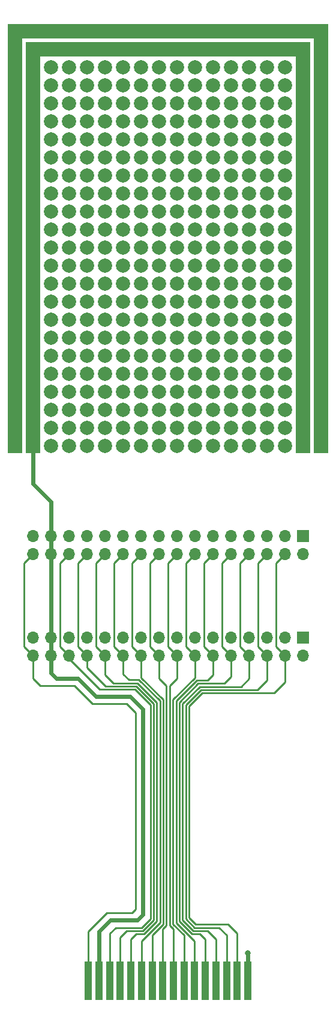
<source format=gtl>
%TF.GenerationSoftware,KiCad,Pcbnew,8.0.3-8.0.3-0~ubuntu24.04.1*%
%TF.CreationDate,2024-06-19T14:37:03-05:00*%
%TF.ProjectId,protopak64,70726f74-6f70-4616-9b36-342e6b696361,rev?*%
%TF.SameCoordinates,Original*%
%TF.FileFunction,Copper,L1,Top*%
%TF.FilePolarity,Positive*%
%FSLAX46Y46*%
G04 Gerber Fmt 4.6, Leading zero omitted, Abs format (unit mm)*
G04 Created by KiCad (PCBNEW 8.0.3-8.0.3-0~ubuntu24.04.1) date 2024-06-19 14:37:03*
%MOMM*%
%LPD*%
G01*
G04 APERTURE LIST*
%TA.AperFunction,EtchedComponent*%
%ADD10C,0.000000*%
%TD*%
%TA.AperFunction,ComponentPad*%
%ADD11R,1.700000X1.700000*%
%TD*%
%TA.AperFunction,ComponentPad*%
%ADD12O,1.700000X1.700000*%
%TD*%
%TA.AperFunction,SMDPad,CuDef*%
%ADD13R,1.000000X5.400000*%
%TD*%
%TA.AperFunction,ComponentPad*%
%ADD14R,2.000000X2.000000*%
%TD*%
%TA.AperFunction,ComponentPad*%
%ADD15C,2.000000*%
%TD*%
%TA.AperFunction,ViaPad*%
%ADD16C,0.800000*%
%TD*%
%TA.AperFunction,Conductor*%
%ADD17C,0.600000*%
%TD*%
%TA.AperFunction,Conductor*%
%ADD18C,0.250000*%
%TD*%
G04 APERTURE END LIST*
D10*
%TA.AperFunction,EtchedComponent*%
G36*
X163814000Y-77708000D02*
G01*
X161814000Y-77708000D01*
X161814000Y-21828000D01*
X125714000Y-21828000D01*
X125714000Y-77708000D01*
X123714000Y-77708000D01*
X123714000Y-19828000D01*
X163814000Y-19828000D01*
X163814000Y-77708000D01*
G37*
%TD.AperFunction*%
%TA.AperFunction,EtchedComponent*%
G36*
X166354000Y-77708000D02*
G01*
X164354000Y-77708000D01*
X164354000Y-19288000D01*
X123174000Y-19288000D01*
X123174000Y-77708000D01*
X121174000Y-77708000D01*
X121174000Y-17288000D01*
X166354000Y-17288000D01*
X166354000Y-77708000D01*
G37*
%TD.AperFunction*%
D11*
X162814000Y-89408000D03*
D12*
X162814000Y-91948000D03*
X160274000Y-89408000D03*
X160274000Y-91948000D03*
X157734000Y-89408000D03*
X157734000Y-91948000D03*
X155194000Y-89408000D03*
X155194000Y-91948000D03*
X152654000Y-89408000D03*
X152654000Y-91948000D03*
X150114000Y-89408000D03*
X150114000Y-91948000D03*
X147574000Y-89408000D03*
X147574000Y-91948000D03*
X145034000Y-89408000D03*
X145034000Y-91948000D03*
X142494000Y-89408000D03*
X142494000Y-91948000D03*
X139954000Y-89408000D03*
X139954000Y-91948000D03*
X137414000Y-89408000D03*
X137414000Y-91948000D03*
X134874000Y-89408000D03*
X134874000Y-91948000D03*
X132334000Y-89408000D03*
X132334000Y-91948000D03*
X129794000Y-89408000D03*
X129794000Y-91948000D03*
X127254000Y-89408000D03*
X127254000Y-91948000D03*
X124714000Y-89408000D03*
X124714000Y-91948000D03*
D11*
X162814000Y-103754000D03*
D12*
X162814000Y-106294000D03*
X160274000Y-103754000D03*
X160274000Y-106294000D03*
X157734000Y-103754000D03*
X157734000Y-106294000D03*
X155194000Y-103754000D03*
X155194000Y-106294000D03*
X152654000Y-103754000D03*
X152654000Y-106294000D03*
X150114000Y-103754000D03*
X150114000Y-106294000D03*
X147574000Y-103754000D03*
X147574000Y-106294000D03*
X145034000Y-103754000D03*
X145034000Y-106294000D03*
X142494000Y-103754000D03*
X142494000Y-106294000D03*
X139954000Y-103754000D03*
X139954000Y-106294000D03*
X137414000Y-103754000D03*
X137414000Y-106294000D03*
X134874000Y-103754000D03*
X134874000Y-106294000D03*
X132334000Y-103754000D03*
X132334000Y-106294000D03*
X129794000Y-103754000D03*
X129794000Y-106294000D03*
X127254000Y-103754000D03*
X127254000Y-106294000D03*
X124714000Y-103754000D03*
X124714000Y-106294000D03*
D13*
X155014000Y-152019000D03*
X153514000Y-152019000D03*
X152014000Y-152019000D03*
X150514000Y-152019000D03*
X149014000Y-152019000D03*
X147514000Y-152019000D03*
X146014000Y-152019000D03*
X144514000Y-152019000D03*
X143014000Y-152019000D03*
X141514000Y-152019000D03*
X140014000Y-152019000D03*
X138514000Y-152019000D03*
X137014000Y-152019000D03*
X135514000Y-152019000D03*
X134014000Y-152019000D03*
X132514000Y-152019000D03*
D14*
X122174000Y-18288000D03*
X124714000Y-18288000D03*
X127254000Y-18288000D03*
X129794000Y-18288000D03*
X132334000Y-18288000D03*
X134874000Y-18288000D03*
X137414000Y-18288000D03*
X139954000Y-18288000D03*
X142494000Y-18288000D03*
X145034000Y-18288000D03*
X147574000Y-18288000D03*
X150114000Y-18288000D03*
X152654000Y-18288000D03*
X155194000Y-18288000D03*
X157734000Y-18288000D03*
X160274000Y-18288000D03*
X162814000Y-18288000D03*
X165354000Y-18288000D03*
X122174000Y-20828000D03*
X124714000Y-20828000D03*
X127254000Y-20828000D03*
X129794000Y-20828000D03*
X132334000Y-20828000D03*
X134874000Y-20828000D03*
X137414000Y-20828000D03*
X139954000Y-20828000D03*
X142494000Y-20828000D03*
X145034000Y-20828000D03*
X147574000Y-20828000D03*
X150114000Y-20828000D03*
X152654000Y-20828000D03*
X155194000Y-20828000D03*
X157734000Y-20828000D03*
X160274000Y-20828000D03*
X162814000Y-20828000D03*
X165354000Y-20828000D03*
X122174000Y-23368000D03*
X124714000Y-23368000D03*
D15*
X127254000Y-23368000D03*
X129794000Y-23368000D03*
X132334000Y-23368000D03*
X134874000Y-23368000D03*
X137414000Y-23368000D03*
X139954000Y-23368000D03*
X142494000Y-23368000D03*
X145034000Y-23368000D03*
X147574000Y-23368000D03*
X150114000Y-23368000D03*
X152654000Y-23368000D03*
X155194000Y-23368000D03*
X157734000Y-23368000D03*
X160274000Y-23368000D03*
D14*
X162814000Y-23368000D03*
X165354000Y-23368000D03*
X122174000Y-25908000D03*
X124714000Y-25908000D03*
D15*
X127254000Y-25908000D03*
X129794000Y-25908000D03*
X132334000Y-25908000D03*
X134874000Y-25908000D03*
X137414000Y-25908000D03*
X139954000Y-25908000D03*
X142494000Y-25908000D03*
X145034000Y-25908000D03*
X147574000Y-25908000D03*
X150114000Y-25908000D03*
X152654000Y-25908000D03*
X155194000Y-25908000D03*
X157734000Y-25908000D03*
X160274000Y-25908000D03*
D14*
X162814000Y-25908000D03*
X165354000Y-25908000D03*
X122174000Y-28448000D03*
X124714000Y-28448000D03*
D15*
X127254000Y-28448000D03*
X129794000Y-28448000D03*
X132334000Y-28448000D03*
X134874000Y-28448000D03*
X137414000Y-28448000D03*
X139954000Y-28448000D03*
X142494000Y-28448000D03*
X145034000Y-28448000D03*
X147574000Y-28448000D03*
X150114000Y-28448000D03*
X152654000Y-28448000D03*
X155194000Y-28448000D03*
X157734000Y-28448000D03*
X160274000Y-28448000D03*
D14*
X162814000Y-28448000D03*
X165354000Y-28448000D03*
X122174000Y-30988000D03*
X124714000Y-30988000D03*
D15*
X127254000Y-30988000D03*
X129794000Y-30988000D03*
X132334000Y-30988000D03*
X134874000Y-30988000D03*
X137414000Y-30988000D03*
X139954000Y-30988000D03*
X142494000Y-30988000D03*
X145034000Y-30988000D03*
X147574000Y-30988000D03*
X150114000Y-30988000D03*
X152654000Y-30988000D03*
X155194000Y-30988000D03*
X157734000Y-30988000D03*
X160274000Y-30988000D03*
D14*
X162814000Y-30988000D03*
X165354000Y-30988000D03*
X122174000Y-33528000D03*
X124714000Y-33528000D03*
D15*
X127254000Y-33528000D03*
X129794000Y-33528000D03*
X132334000Y-33528000D03*
X134874000Y-33528000D03*
X137414000Y-33528000D03*
X139954000Y-33528000D03*
X142494000Y-33528000D03*
X145034000Y-33528000D03*
X147574000Y-33528000D03*
X150114000Y-33528000D03*
X152654000Y-33528000D03*
X155194000Y-33528000D03*
X157734000Y-33528000D03*
X160274000Y-33528000D03*
D14*
X162814000Y-33528000D03*
X165354000Y-33528000D03*
X122174000Y-36068000D03*
X124714000Y-36068000D03*
D15*
X127254000Y-36068000D03*
X129794000Y-36068000D03*
X132334000Y-36068000D03*
X134874000Y-36068000D03*
X137414000Y-36068000D03*
X139954000Y-36068000D03*
X142494000Y-36068000D03*
X145034000Y-36068000D03*
X147574000Y-36068000D03*
X150114000Y-36068000D03*
X152654000Y-36068000D03*
X155194000Y-36068000D03*
X157734000Y-36068000D03*
X160274000Y-36068000D03*
D14*
X162814000Y-36068000D03*
X165354000Y-36068000D03*
X122174000Y-38608000D03*
X124714000Y-38608000D03*
D15*
X127254000Y-38608000D03*
X129794000Y-38608000D03*
X132334000Y-38608000D03*
X134874000Y-38608000D03*
X137414000Y-38608000D03*
X139954000Y-38608000D03*
X142494000Y-38608000D03*
X145034000Y-38608000D03*
X147574000Y-38608000D03*
X150114000Y-38608000D03*
X152654000Y-38608000D03*
X155194000Y-38608000D03*
X157734000Y-38608000D03*
X160274000Y-38608000D03*
D14*
X162814000Y-38608000D03*
X165354000Y-38608000D03*
X122174000Y-41148000D03*
X124714000Y-41148000D03*
D15*
X127254000Y-41148000D03*
X129794000Y-41148000D03*
X132334000Y-41148000D03*
X134874000Y-41148000D03*
X137414000Y-41148000D03*
X139954000Y-41148000D03*
X142494000Y-41148000D03*
X145034000Y-41148000D03*
X147574000Y-41148000D03*
X150114000Y-41148000D03*
X152654000Y-41148000D03*
X155194000Y-41148000D03*
X157734000Y-41148000D03*
X160274000Y-41148000D03*
D14*
X162814000Y-41148000D03*
X165354000Y-41148000D03*
X122174000Y-43688000D03*
X124714000Y-43688000D03*
D15*
X127254000Y-43688000D03*
X129794000Y-43688000D03*
X132334000Y-43688000D03*
X134874000Y-43688000D03*
X137414000Y-43688000D03*
X139954000Y-43688000D03*
X142494000Y-43688000D03*
X145034000Y-43688000D03*
X147574000Y-43688000D03*
X150114000Y-43688000D03*
X152654000Y-43688000D03*
X155194000Y-43688000D03*
X157734000Y-43688000D03*
X160274000Y-43688000D03*
D14*
X162814000Y-43688000D03*
X165354000Y-43688000D03*
X122174000Y-46228000D03*
X124714000Y-46228000D03*
D15*
X127254000Y-46228000D03*
X129794000Y-46228000D03*
X132334000Y-46228000D03*
X134874000Y-46228000D03*
X137414000Y-46228000D03*
X139954000Y-46228000D03*
X142494000Y-46228000D03*
X145034000Y-46228000D03*
X147574000Y-46228000D03*
X150114000Y-46228000D03*
X152654000Y-46228000D03*
X155194000Y-46228000D03*
X157734000Y-46228000D03*
X160274000Y-46228000D03*
D14*
X162814000Y-46228000D03*
X165354000Y-46228000D03*
X122174000Y-48768000D03*
X124714000Y-48768000D03*
D15*
X127254000Y-48768000D03*
X129794000Y-48768000D03*
X132334000Y-48768000D03*
X134874000Y-48768000D03*
X137414000Y-48768000D03*
X139954000Y-48768000D03*
X142494000Y-48768000D03*
X145034000Y-48768000D03*
X147574000Y-48768000D03*
X150114000Y-48768000D03*
X152654000Y-48768000D03*
X155194000Y-48768000D03*
X157734000Y-48768000D03*
X160274000Y-48768000D03*
D14*
X162814000Y-48768000D03*
X165354000Y-48768000D03*
X122174000Y-51308000D03*
X124714000Y-51308000D03*
D15*
X127254000Y-51308000D03*
X129794000Y-51308000D03*
X132334000Y-51308000D03*
X134874000Y-51308000D03*
X137414000Y-51308000D03*
X139954000Y-51308000D03*
X142494000Y-51308000D03*
X145034000Y-51308000D03*
X147574000Y-51308000D03*
X150114000Y-51308000D03*
X152654000Y-51308000D03*
X155194000Y-51308000D03*
X157734000Y-51308000D03*
X160274000Y-51308000D03*
D14*
X162814000Y-51308000D03*
X165354000Y-51308000D03*
X122174000Y-53848000D03*
X124714000Y-53848000D03*
D15*
X127254000Y-53848000D03*
X129794000Y-53848000D03*
X132334000Y-53848000D03*
X134874000Y-53848000D03*
X137414000Y-53848000D03*
X139954000Y-53848000D03*
X142494000Y-53848000D03*
X145034000Y-53848000D03*
X147574000Y-53848000D03*
X150114000Y-53848000D03*
X152654000Y-53848000D03*
X155194000Y-53848000D03*
X157734000Y-53848000D03*
X160274000Y-53848000D03*
D14*
X162814000Y-53848000D03*
X165354000Y-53848000D03*
X122174000Y-56388000D03*
X124714000Y-56388000D03*
D15*
X127254000Y-56388000D03*
X129794000Y-56388000D03*
X132334000Y-56388000D03*
X134874000Y-56388000D03*
X137414000Y-56388000D03*
X139954000Y-56388000D03*
X142494000Y-56388000D03*
X145034000Y-56388000D03*
X147574000Y-56388000D03*
X150114000Y-56388000D03*
X152654000Y-56388000D03*
X155194000Y-56388000D03*
X157734000Y-56388000D03*
X160274000Y-56388000D03*
D14*
X162814000Y-56388000D03*
X165354000Y-56388000D03*
X122174000Y-58928000D03*
X124714000Y-58928000D03*
D15*
X127254000Y-58928000D03*
X129794000Y-58928000D03*
X132334000Y-58928000D03*
X134874000Y-58928000D03*
X137414000Y-58928000D03*
X139954000Y-58928000D03*
X142494000Y-58928000D03*
X145034000Y-58928000D03*
X147574000Y-58928000D03*
X150114000Y-58928000D03*
X152654000Y-58928000D03*
X155194000Y-58928000D03*
X157734000Y-58928000D03*
X160274000Y-58928000D03*
D14*
X162814000Y-58928000D03*
X165354000Y-58928000D03*
X122174000Y-61468000D03*
X124714000Y-61468000D03*
D15*
X127254000Y-61468000D03*
X129794000Y-61468000D03*
X132334000Y-61468000D03*
X134874000Y-61468000D03*
X137414000Y-61468000D03*
X139954000Y-61468000D03*
X142494000Y-61468000D03*
X145034000Y-61468000D03*
X147574000Y-61468000D03*
X150114000Y-61468000D03*
X152654000Y-61468000D03*
X155194000Y-61468000D03*
X157734000Y-61468000D03*
X160274000Y-61468000D03*
D14*
X162814000Y-61468000D03*
X165354000Y-61468000D03*
X122174000Y-64008000D03*
X124714000Y-64008000D03*
D15*
X127254000Y-64008000D03*
X129794000Y-64008000D03*
X132334000Y-64008000D03*
X134874000Y-64008000D03*
X137414000Y-64008000D03*
X139954000Y-64008000D03*
X142494000Y-64008000D03*
X145034000Y-64008000D03*
X147574000Y-64008000D03*
X150114000Y-64008000D03*
X152654000Y-64008000D03*
X155194000Y-64008000D03*
X157734000Y-64008000D03*
X160274000Y-64008000D03*
D14*
X162814000Y-64008000D03*
X165354000Y-64008000D03*
X122174000Y-66548000D03*
X124714000Y-66548000D03*
D15*
X127254000Y-66548000D03*
X129794000Y-66548000D03*
X132334000Y-66548000D03*
X134874000Y-66548000D03*
X137414000Y-66548000D03*
X139954000Y-66548000D03*
X142494000Y-66548000D03*
X145034000Y-66548000D03*
X147574000Y-66548000D03*
X150114000Y-66548000D03*
X152654000Y-66548000D03*
X155194000Y-66548000D03*
X157734000Y-66548000D03*
X160274000Y-66548000D03*
D14*
X162814000Y-66548000D03*
X165354000Y-66548000D03*
X122174000Y-69088000D03*
X124714000Y-69088000D03*
D15*
X127254000Y-69088000D03*
X129794000Y-69088000D03*
X132334000Y-69088000D03*
X134874000Y-69088000D03*
X137414000Y-69088000D03*
X139954000Y-69088000D03*
X142494000Y-69088000D03*
X145034000Y-69088000D03*
X147574000Y-69088000D03*
X150114000Y-69088000D03*
X152654000Y-69088000D03*
X155194000Y-69088000D03*
X157734000Y-69088000D03*
X160274000Y-69088000D03*
D14*
X162814000Y-69088000D03*
X165354000Y-69088000D03*
X122174000Y-71628000D03*
X124714000Y-71628000D03*
D15*
X127254000Y-71628000D03*
X129794000Y-71628000D03*
X132334000Y-71628000D03*
X134874000Y-71628000D03*
X137414000Y-71628000D03*
X139954000Y-71628000D03*
X142494000Y-71628000D03*
X145034000Y-71628000D03*
X147574000Y-71628000D03*
X150114000Y-71628000D03*
X152654000Y-71628000D03*
X155194000Y-71628000D03*
X157734000Y-71628000D03*
X160274000Y-71628000D03*
D14*
X162814000Y-71628000D03*
X165354000Y-71628000D03*
X122174000Y-74168000D03*
X124714000Y-74168000D03*
D15*
X127254000Y-74168000D03*
X129794000Y-74168000D03*
X132334000Y-74168000D03*
X134874000Y-74168000D03*
X137414000Y-74168000D03*
X139954000Y-74168000D03*
X142494000Y-74168000D03*
X145034000Y-74168000D03*
X147574000Y-74168000D03*
X150114000Y-74168000D03*
X152654000Y-74168000D03*
X155194000Y-74168000D03*
X157734000Y-74168000D03*
X160274000Y-74168000D03*
D14*
X162814000Y-74168000D03*
X165354000Y-74168000D03*
X122174000Y-76708000D03*
X124714000Y-76708000D03*
D15*
X127254000Y-76708000D03*
X129794000Y-76708000D03*
X132334000Y-76708000D03*
X134874000Y-76708000D03*
X137414000Y-76708000D03*
X139954000Y-76708000D03*
X142494000Y-76708000D03*
X145034000Y-76708000D03*
X147574000Y-76708000D03*
X150114000Y-76708000D03*
X152654000Y-76708000D03*
X155194000Y-76708000D03*
X157734000Y-76708000D03*
X160274000Y-76708000D03*
D14*
X162814000Y-76708000D03*
X165354000Y-76708000D03*
D16*
X155014000Y-148156000D03*
D17*
X155014000Y-152019000D02*
X155014000Y-148156000D01*
X139446000Y-143510000D02*
X140208000Y-142748000D01*
X124714000Y-82042000D02*
X124714000Y-76708000D01*
X140208000Y-142748000D02*
X140208000Y-113792000D01*
X131064000Y-109474000D02*
X128016000Y-109474000D01*
X128016000Y-109474000D02*
X127254000Y-108712000D01*
X133604000Y-112014000D02*
X131064000Y-109474000D01*
X127254000Y-106294000D02*
X127254000Y-103754000D01*
X134014000Y-152019000D02*
X134014000Y-145132000D01*
X127254000Y-103754000D02*
X127254000Y-91948000D01*
X135636000Y-143510000D02*
X139446000Y-143510000D01*
X140208000Y-113792000D02*
X138430000Y-112014000D01*
X138430000Y-112014000D02*
X133604000Y-112014000D01*
X127254000Y-84582000D02*
X124714000Y-82042000D01*
X127254000Y-108712000D02*
X127254000Y-106294000D01*
X127254000Y-89408000D02*
X127254000Y-84582000D01*
X127254000Y-91948000D02*
X127254000Y-89408000D01*
X134014000Y-145132000D02*
X135636000Y-143510000D01*
D18*
X153514000Y-145386000D02*
X152252203Y-144124203D01*
X146715120Y-143159120D02*
X146715120Y-113385188D01*
X153514000Y-152019000D02*
X153514000Y-145386000D01*
X147680203Y-144124203D02*
X146715120Y-143159120D01*
X146715120Y-113385188D02*
X148574228Y-111526080D01*
X152252203Y-144124203D02*
X147680203Y-144124203D01*
X148574228Y-111526080D02*
X158729920Y-111526080D01*
X159004000Y-105024000D02*
X159004000Y-93218000D01*
X158729920Y-111526080D02*
X160274000Y-109982000D01*
X159004000Y-93218000D02*
X160274000Y-91948000D01*
X160274000Y-109982000D02*
X160274000Y-106294000D01*
X160274000Y-106294000D02*
X159004000Y-105024000D01*
X149341243Y-145023243D02*
X147307807Y-145023243D01*
X150514000Y-146196000D02*
X149341243Y-145023243D01*
X145816080Y-113012792D02*
X148201832Y-110627040D01*
X145816080Y-143531516D02*
X145816080Y-113012792D01*
X148201832Y-110627040D02*
X154040960Y-110627040D01*
X150514000Y-152019000D02*
X150514000Y-146196000D01*
X155194000Y-106294000D02*
X153924000Y-105024000D01*
X147307807Y-145023243D02*
X145816080Y-143531516D01*
X155194000Y-109474000D02*
X155194000Y-106294000D01*
X153924000Y-93218000D02*
X155194000Y-91948000D01*
X154040960Y-110627040D02*
X155194000Y-109474000D01*
X153924000Y-105024000D02*
X153924000Y-93218000D01*
X148266763Y-145472763D02*
X147121609Y-145472763D01*
X151384000Y-105024000D02*
X151384000Y-93218000D01*
X148015634Y-110177520D02*
X151696480Y-110177520D01*
X152654000Y-106294000D02*
X151384000Y-105024000D01*
X145366560Y-143717714D02*
X145366560Y-112826594D01*
X151384000Y-93218000D02*
X152654000Y-91948000D01*
X149014000Y-146220000D02*
X148266763Y-145472763D01*
X145366560Y-112826594D02*
X148015634Y-110177520D01*
X152654000Y-109220000D02*
X152654000Y-106294000D01*
X149014000Y-152019000D02*
X149014000Y-146220000D01*
X151696480Y-110177520D02*
X152654000Y-109220000D01*
X147121609Y-145472763D02*
X145366560Y-143717714D01*
X150114000Y-108966000D02*
X150114000Y-106294000D01*
X147829436Y-109728000D02*
X149352000Y-109728000D01*
X147514000Y-146498000D02*
X147193000Y-146177000D01*
X144917040Y-143903912D02*
X144917040Y-112640396D01*
X147190128Y-146177000D02*
X144917040Y-143903912D01*
X144917040Y-112640396D02*
X147829436Y-109728000D01*
X150114000Y-106294000D02*
X148844000Y-105024000D01*
X148844000Y-93218000D02*
X150114000Y-91948000D01*
X147193000Y-146177000D02*
X147190128Y-146177000D01*
X149352000Y-109728000D02*
X150114000Y-108966000D01*
X147514000Y-152019000D02*
X147514000Y-146498000D01*
X148844000Y-105024000D02*
X148844000Y-93218000D01*
X144467520Y-144090110D02*
X144467520Y-112454198D01*
X146304000Y-93218000D02*
X147574000Y-91948000D01*
X146304000Y-105024000D02*
X146304000Y-93218000D01*
X146014000Y-145636590D02*
X144467520Y-144090110D01*
X147574000Y-106294000D02*
X146304000Y-105024000D01*
X147574000Y-109347718D02*
X147574000Y-106294000D01*
X144467520Y-112454198D02*
X147574000Y-109347718D01*
X146014000Y-152019000D02*
X146014000Y-145636590D01*
X144514000Y-152019000D02*
X144514000Y-144772308D01*
X143764000Y-93218000D02*
X145034000Y-91948000D01*
X144018000Y-144276308D02*
X144018000Y-110490000D01*
X144514000Y-144772308D02*
X144018000Y-144276308D01*
X145034000Y-106294000D02*
X143764000Y-105024000D01*
X143764000Y-105024000D02*
X143764000Y-93218000D01*
X145034000Y-109474000D02*
X145034000Y-106294000D01*
X144018000Y-110490000D02*
X145034000Y-109474000D01*
X142494000Y-109474000D02*
X142494000Y-106294000D01*
X141224000Y-93218000D02*
X142494000Y-91948000D01*
X143014000Y-144741469D02*
X143510000Y-144245469D01*
X143510000Y-144245469D02*
X143510000Y-110490000D01*
X143014000Y-152019000D02*
X143014000Y-144741469D01*
X142494000Y-106294000D02*
X141224000Y-105024000D01*
X141224000Y-105024000D02*
X141224000Y-93218000D01*
X143510000Y-110490000D02*
X142494000Y-109474000D01*
X143060480Y-144059271D02*
X143060480Y-112454198D01*
X138684000Y-105024000D02*
X138684000Y-93218000D01*
X143060480Y-112454198D02*
X139954000Y-109347717D01*
X141514000Y-152019000D02*
X141514000Y-145605751D01*
X139954000Y-106294000D02*
X138684000Y-105024000D01*
X139954000Y-109347717D02*
X139954000Y-106294000D01*
X141514000Y-145605751D02*
X143060480Y-144059271D01*
X138684000Y-93218000D02*
X139954000Y-91948000D01*
X139635423Y-109664859D02*
X138239141Y-109664859D01*
X136144000Y-93218000D02*
X137414000Y-91948000D01*
X142610960Y-112640396D02*
X139635423Y-109664859D01*
X137414000Y-106294000D02*
X136144000Y-105024000D01*
X142610960Y-143873073D02*
X142610960Y-112640396D01*
X140014000Y-146470033D02*
X142610960Y-143873073D01*
X136144000Y-105024000D02*
X136144000Y-93218000D01*
X137414000Y-108839718D02*
X137414000Y-106294000D01*
X140014000Y-152019000D02*
X140014000Y-146470033D01*
X138239141Y-109664859D02*
X137414000Y-108839718D01*
X138514000Y-152019000D02*
X138514000Y-146220000D01*
X142161440Y-112826594D02*
X139449225Y-110114379D01*
X139449225Y-110114379D02*
X136022379Y-110114379D01*
X140374835Y-145473480D02*
X142161440Y-143686875D01*
X134874000Y-108966000D02*
X134874000Y-106294000D01*
X134874000Y-106294000D02*
X133604000Y-105024000D01*
X142161440Y-143686875D02*
X142161440Y-112826594D01*
X139260520Y-145473480D02*
X140374835Y-145473480D01*
X133604000Y-105024000D02*
X133604000Y-93218000D01*
X136022379Y-110114379D02*
X134874000Y-108966000D01*
X133604000Y-93218000D02*
X134874000Y-91948000D01*
X138514000Y-146220000D02*
X139260520Y-145473480D01*
X140188638Y-145023960D02*
X141711920Y-143500678D01*
X131064000Y-93218000D02*
X132334000Y-91948000D01*
X137014000Y-145942000D02*
X137932040Y-145023960D01*
X132334000Y-106294000D02*
X131064000Y-105024000D01*
X137014000Y-152019000D02*
X137014000Y-145942000D01*
X141711920Y-143500678D02*
X141711920Y-113012792D01*
X139263027Y-110563899D02*
X134947899Y-110563899D01*
X132334000Y-107950000D02*
X132334000Y-106294000D01*
X134947899Y-110563899D02*
X132334000Y-107950000D01*
X137932040Y-145023960D02*
X140188638Y-145023960D01*
X131064000Y-105024000D02*
X131064000Y-93218000D01*
X141711920Y-113012792D02*
X139263027Y-110563899D01*
X128524000Y-105024000D02*
X128524000Y-93218000D01*
X140002440Y-144574440D02*
X136349560Y-144574440D01*
X139076829Y-111013419D02*
X141262400Y-113198990D01*
X141262400Y-143314480D02*
X140002440Y-144574440D01*
X129794000Y-106294000D02*
X129794000Y-106680000D01*
X134127419Y-111013419D02*
X139076829Y-111013419D01*
X141262400Y-113198990D02*
X141262400Y-143314480D01*
X129794000Y-106294000D02*
X128524000Y-105024000D01*
X135514000Y-145410000D02*
X135514000Y-152019000D01*
X128524000Y-93218000D02*
X129794000Y-91948000D01*
X136349560Y-144574440D02*
X135514000Y-145410000D01*
X129794000Y-106680000D02*
X134127419Y-111013419D01*
X125730000Y-110490000D02*
X124714000Y-109474000D01*
X133096000Y-113030000D02*
X130556000Y-110490000D01*
X124714000Y-109474000D02*
X124714000Y-106294000D01*
X123444000Y-105024000D02*
X123444000Y-93218000D01*
X132514000Y-145108000D02*
X135128000Y-142494000D01*
X139192000Y-141986000D02*
X139192000Y-114300000D01*
X137922000Y-113030000D02*
X133096000Y-113030000D01*
X123444000Y-93218000D02*
X124714000Y-91948000D01*
X135128000Y-142494000D02*
X138684000Y-142494000D01*
X130556000Y-110490000D02*
X125730000Y-110490000D01*
X124714000Y-106294000D02*
X123444000Y-105024000D01*
X138684000Y-142494000D02*
X139192000Y-141986000D01*
X139192000Y-114300000D02*
X137922000Y-113030000D01*
X132514000Y-152019000D02*
X132514000Y-145108000D01*
X146265600Y-113198990D02*
X148388030Y-111076560D01*
X148388030Y-111076560D02*
X156385440Y-111076560D01*
X157734000Y-109728000D02*
X157734000Y-106294000D01*
X146265600Y-143345318D02*
X146265600Y-113198990D01*
X150923723Y-144573723D02*
X147494005Y-144573723D01*
X156385440Y-111076560D02*
X157734000Y-109728000D01*
X156464000Y-105024000D02*
X156464000Y-93218000D01*
X147494005Y-144573723D02*
X146265600Y-143345318D01*
X152014000Y-152019000D02*
X152014000Y-145664000D01*
X156464000Y-93218000D02*
X157734000Y-91948000D01*
X152014000Y-145664000D02*
X150923723Y-144573723D01*
X157734000Y-106294000D02*
X156464000Y-105024000D01*
M02*

</source>
